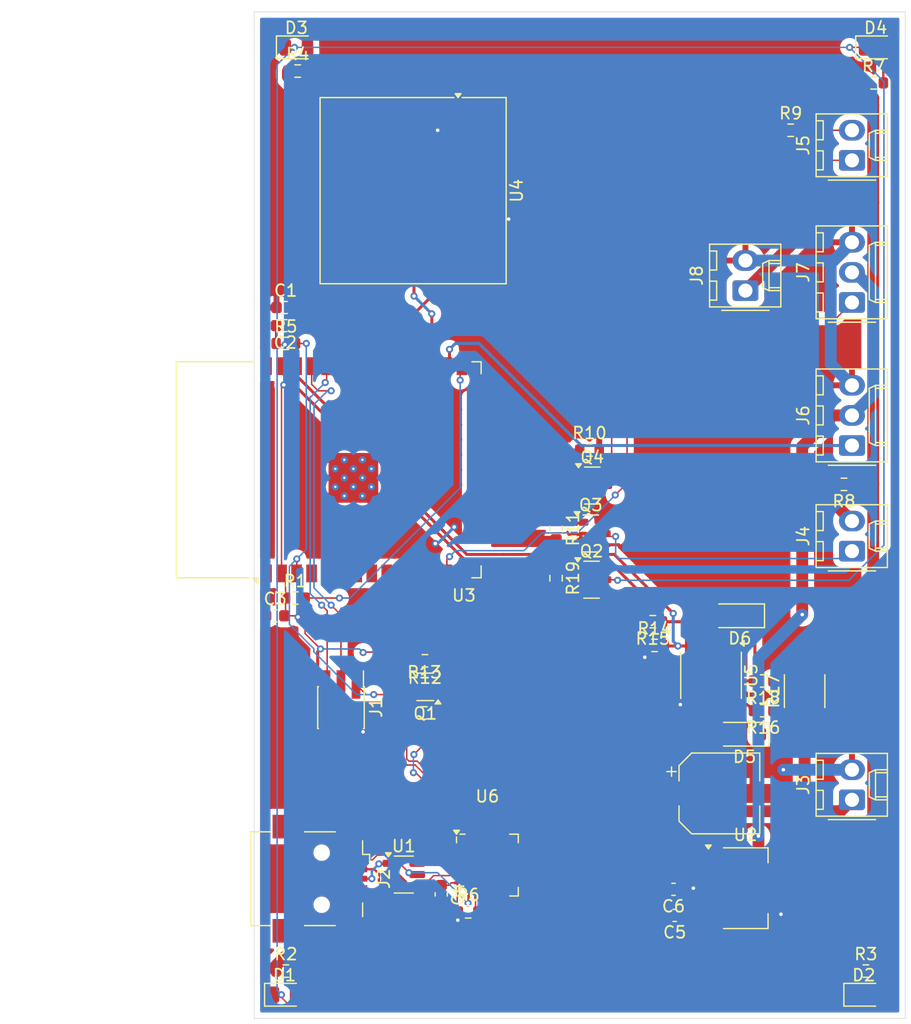
<source format=kicad_pcb>
(kicad_pcb (version 20241229) (generator "pcbnew") (generator_version "9.0")
  (layers (0 "F.Cu" signal) (2 "B.Cu" signal) (13 "F.Paste" user) (15 "B.Paste" user) (5 "F.SilkS" user "F.Silkscreen") (7 "B.SilkS" user "B.Silkscreen") (1 "F.Mask" user) (3 "B.Mask" user) (25 "Edge.Cuts" user))
  (net 0 "")
  (net 1 "EN")
  (net 2 "GND")
  (net 3 "+3.3V")
  (net 4 "+BATT")
  (net 5 "Net-(D1-K)")
  (net 6 "Net-(D1-A)")
  (net 7 "Net-(D2-A)")
  (net 8 "Net-(D3-A)")
  (net 9 "Net-(D4-A)")
  (net 10 "TX")
  (net 11 "D0")
  (net 12 "RX")
  (net 13 "Net-(J2-D-)")
  (net 14 "+5V")
  (net 15 "Net-(J2-D+)")
  (net 16 "Net-(J4-Pin_2)")
  (net 17 "Net-(J4-Pin_1)")
  (net 18 "Net-(J5-Pin_2)")
  (net 19 "Net-(J5-Pin_1)")
  (net 20 "/ESP32/GPIO16")
  (net 21 "/ESP32/GPIO14")
  (net 22 "Net-(Q1A-E1)")
  (net 23 "Net-(Q1B-E2)")
  (net 24 "Net-(Q1A-B1)")
  (net 25 "Net-(Q1B-B2)")
  (net 26 "/ESP32/GPIO15")
  (net 27 "/ESP32/GPIO17")
  (net 28 "/ESP32/GPIO18")
  (net 29 "Net-(U6-~{RST})")
  (net 30 "/USB Serial/USB_P")
  (net 31 "/USB Serial/USB_N")
  (net 51 "/ESP32/GPIO4")
  (net 52 "/ESP32/GPIO13")
  (net 59 "/ESP32/GPIO5")
  (net 64 "Net-(J3-Pin_1)")
  (net 67 "/ESP32/GPIO2")
  (net 68 "Net-(D5-K)")
  (net 70 "/ESP32/GPIO12")
  (net 72 "/ESP32/GPIO35")
  (net 73 "Net-(D6-K)")
  (net 74 "/ESP32/SCL")
  (net 75 "/ESP32/SDA")
  (net 80 "PPS")
  (net 83 "VDC")
  (footprint "Capacitor_SMD:C_0603_1608Metric" (layer "F.Cu") (at 134.125 75.5 180)
    (property "Reference" "C2")
    (property "Value" "0.1uf")
  )
  (footprint "Resistor_SMD:R_0603_1608Metric" (layer "F.Cu") (at 149.575 125)
    (property "Reference" "R6")
    (property "Value" "1k")
  )
  (footprint "Package_TO_SOT_SMD:SOT-23" (layer "F.Cu") (at 160 96.95)
    (property "Reference" "Q2")
    (property "Value" "AO3400A")
  )
  (footprint "Resistor_SMD:R_0603_1608Metric" (layer "F.Cu") (at 183.825 55)
    (property "Reference" "R7")
    (property "Value" "1k")
  )
  (footprint "Connector_Molex:Molex_KK-254_AE-6410-03A_1x03_P2.54mm_Vertical" (layer "F.Cu") (at 182 85.62 90)
    (property "Reference" "J6")
    (property "Value" "SpeedController")
  )
  (footprint "LED_SMD:LED_0805_2012Metric" (layer "F.Cu") (at 134.0625 132)
    (property "Reference" "D1")
    (property "Value" "LED")
  )
  (footprint "Resistor_SMD:R_0603_1608Metric" (layer "F.Cu") (at 181.325 88.9 180)
    (property "Reference" "R8")
    (property "Value" "1k")
  )
  (footprint "Package_TO_SOT_SMD:SOT-23" (layer "F.Cu") (at 160.0625 89)
    (property "Reference" "Q4")
    (property "Value" "AO3400A")
  )
  (footprint "Connector_Molex:Molex_KK-254_AE-6410-03A_1x03_P2.54mm_Vertical" (layer "F.Cu") (at 182 73.54 90)
    (property "Reference" "J7")
    (property "Value" "Servo")
  )
  (footprint "Capacitor_SMD:C_0603_1608Metric" (layer "F.Cu") (at 147.3 123.525 -90)
    (property "Reference" "C4")
    (property "Value" "10u")
  )
  (footprint "Diode_SMD:D_SOD-123F" (layer "F.Cu") (at 172.8 110 180)
    (property "Reference" "D5")
    (property "Value" "BZT52B-C20")
  )
  (footprint "Connector_USB:USB_Mini-B_Wuerth_65100516121_Horizontal" (layer "F.Cu") (at 137.2 122.2 -90)
    (property "Reference" "J2")
    (property "Value" "USB_A")
  )
  (footprint "Connector_Molex:Molex_KK-254_AE-6410-02A_1x02_P2.54mm_Vertical" (layer "F.Cu") (at 173 72.54 90)
    (property "Reference" "J8")
    (property "Value" "PowerESC")
  )
  (footprint "Package_TO_SOT_SMD:SOT-223-3_TabPin2" (layer "F.Cu") (at 173 123)
    (property "Reference" "U2")
    (property "Value" "AP1117-33")
  )
  (footprint "Package_DFN_QFN:QFN-28-1EP_5x5mm_P0.5mm_EP3.35x3.35mm" (layer "F.Cu") (at 151.2 121.05)
    (property "Reference" "U6")
    (property "Value" "CP2102N-Axx-xQFN28")
  )
  (footprint "Connector_Molex:Molex_KK-254_AE-6410-02A_1x02_P2.54mm_Vertical" (layer "F.Cu") (at 182 115.54 90)
    (property "Reference" "J3")
    (property "Value" "Battery")
  )
  (footprint "Capacitor_SMD:C_0603_1608Metric" (layer "F.Cu") (at 167.025 125.3 180)
    (property "Reference" "C5")
    (property "Value" "1u")
  )
  (footprint "Package_TO_SOT_SMD:SOT-363_SC-70-6" (layer "F.Cu") (at 145.95 106 180)
    (property "Reference" "Q1")
    (property "Value" "BC846BS")
  )
  (footprint "LED_SMD:LED_0805_2012Metric" (layer "F.Cu") (at 135.0625 52)
    (property "Reference" "D3")
    (property "Value" "LED")
  )
  (footprint "Resistor_SMD:R_0603_1608Metric" (layer "F.Cu") (at 165.325 102.5)
    (property "Reference" "R14")
    (property "Value" "10K")
  )
  (footprint "Resistor_SMD:R_0603_1608Metric" (layer "F.Cu") (at 134.975 98.5)
    (property "Reference" "R1")
    (property "Value" "10K")
  )
  (footprint "Capacitor_SMD:C_0603_1608Metric" (layer "F.Cu") (at 166.925 123.1 180)
    (property "Reference" "C6")
    (property "Value" "1u")
  )
  (footprint "Connector_Molex:Molex_KK-254_AE-6410-02A_1x02_P2.54mm_Vertical" (layer "F.Cu") (at 182 94.54 90)
    (property "Reference" "J4")
    (property "Value" "Conn_01x02")
  )
  (footprint "Package_TO_SOT_SMD:SOT-23-6" (layer "F.Cu") (at 144.1375 121.85)
    (property "Reference" "U1")
    (property "Value" "USBLC6-2SC6")
  )
  (footprint "Resistor_SMD:R_0603_1608Metric" (layer "F.Cu") (at 176.825 59)
    (property "Reference" "R9")
    (property "Value" "1k")
  )
  (footprint "Resistor_SMD:R_0603_1608Metric" (layer "F.Cu") (at 157 96.825 -90)
    (property "Reference" "R19")
    (property "Value" "10K")
  )
  (footprint "Resistor_SMD:R_0603_1608Metric" (layer "F.Cu") (at 174.5 105.5 180)
    (property "Reference" "R18")
    (property "Value" "100")
  )
  (footprint "Connector_PinHeader_1.27mm:PinHeader_2x03_P1.27mm_Vertical_SMD" (layer "F.Cu") (at 138.83 107.75 -90)
    (property "Reference" "J1")
    (property "Value" "Prog")
  )
  (footprint "Capacitor_SMD:CP_Elec_6.3x5.4" (layer "F.Cu") (at 170.8 115)
    (property "Reference" "C7" (hide yes))
    (property "Value" "100uF")
  )
  (footprint "LED_SMD:LED_0805_2012Metric" (layer "F.Cu") (at 183 132)
    (property "Reference" "D2")
    (property "Value" "LED")
  )
  (footprint "RF_Module:ESP32-WROOM-32" (layer "F.Cu") (at 140.79 87.67 90)
    (property "Reference" "U3")
    (property "Value" "ESP32-WROOM-32")
  )
  (footprint "Resistor_SMD:R_0603_1608Metric" (layer "F.Cu") (at 165.175 100.5 180)
    (property "Reference" "R15")
    (property "Value" "10K")
  )
  (footprint "Resistor_SMD:R_0603_1608Metric" (layer "F.Cu") (at 174.5 108.01 180)
    (property "Reference" "R16")
    (property "Value" "100")
  )
  (footprint "Resistor_SMD:R_0603_1608Metric" (layer "F.Cu") (at 134.175 77)
    (property "Reference" "R5")
    (property "Value" "10K")
  )
  (footprint "RF_GPS:ublox_SAM-M8Q" (layer "F.Cu") (at 144.925 64.1 -90)
    (property "Reference" "U4")
    (property "Value" "SAM-M8Q")
  )
  (footprint "LED_SMD:LED_0805_2012Metric" (layer "F.Cu") (at 184 52)
    (property "Reference" "D4")
    (property "Value" "LED")
  )
  (footprint "Resistor_SMD:R_0603_1608Metric" (layer "F.Cu") (at 135.175 54)
    (property "Reference" "R4")
    (property "Value" "1k")
  )
  (footprint "Capacitor_SMD:C_0603_1608Metric" (layer "F.Cu") (at 133.275 100)
    (property "Reference" "C3")
    (property "Value" "0.1uf")
  )
  (footprint "Resistor_SMD:R_0603_1608Metric" (layer "F.Cu") (at 145.875 108.2)
    (property "Reference" "R13")
    (property "Value" "10k")
  )
  (footprint "Resistor_SMD:R_0603_1608Metric" (layer "F.Cu") (at 183.175 130)
    (property "Reference" "R3")
    (property "Value" "1k")
  )
  (footprint "Connector_Molex:Molex_KK-254_AE-6410-02A_1x02_P2.54mm_Vertical" (layer "F.Cu") (at 182 61.54 90)
    (property "Reference" "J5")
    (property "Value" "Conn_01x02")
  )
  (footprint "Resistor_SMD:R_0603_1608Metric" (layer "F.Cu") (at 145.925 103.8 180)
    (property "Reference" "R12")
    (property "Value" "10k")
  )
  (footprint "Package_TO_SOT_SMD:SOT-23" (layer "F.Cu") (at 159.9375 93.05)
    (property "Reference" "Q3")
    (property "Value" "AO3400A")
  )
  (footprint "Resistor_SMD:R_0603_1608Metric" (layer "F.Cu") (at 134.175 130)
    (property "Reference" "R2")
    (property "Value" "1k")
  )
  (footprint "Resistor_SMD:R_1812_4532Metric" (layer "F.Cu") (at 178 106.3625 90)
    (property "Reference" "R17")
    (property "Value" "0.01R")
  )
  (footprint "Resistor_SMD:R_0603_1608Metric" (layer "F.Cu") (at 159.825 86)
    (property "Reference" "R10")
    (property "Value" "10K")
  )
  (footprint "Package_SO:SOIC-8_3.9x4.9mm_P1.27mm" (layer "F.Cu") (at 170.095 105.025 -90)
    (property "Reference" "U5")
    (property "Value" "INA219BxD")
  )
  (footprint "Resistor_SMD:R_0603_1608Metric" (layer "F.Cu") (at 157 92.675 -90)
    (property "Reference" "R11")
    (property "Value" "10K")
  )
  (footprint "Diode_SMD:D_SOD-123F" (layer "F.Cu") (at 172.4 100 180)
    (property "Reference" "D6")
    (property "Value" "BZT52B-C20")
  )
  (footprint "Capacitor_SMD:C_0603_1608Metric" (layer "F.Cu") (at 134.15675 73.96825)
    (property "Reference" "C1")
    (property "Value" "0.1uf")
  )
  (gr_rect (start 131.5 49) (end 186.5 134) (stroke (width 0.05)) (fill no) (layer "Edge.Cuts"))
  (segment (start 140.95 106.65) (end 140.1 105.8) (width 0.127) (layer "F.Cu") (net 1))
  (segment (start 145 106.65) (end 140.95 106.65) (width 0.127) (layer "F.Cu") (net 1))
  (segment (start 135.1 96.4) (end 135.08 96.42) (width 0.127) (layer "F.Cu") (net 1))
  (segment (start 135 77) (end 134.1865 76.1865) (width 0.127) (layer "F.Cu") (net 1))
  (segment (start 134.1865 76.1865) (end 134.1865 74.7135) (width 0.127) (layer "F.Cu") (net 1))
  (segment (start 134.1865 74.7135) (end 134.93175 73.96825) (width 0.127) (layer "F.Cu") (net 1))
  (segment (start 135 77) (end 135.9 77) (width 0.127) (layer "F.Cu") (net 1))
  (segment (start 135.1 95.2) (end 135.1 96.4) (width 0.127) (layer "F.Cu") (net 1))
  (via (at 141.6 106.65) (size 0.6) (drill 0.3) (layers "F.Cu" "B.Cu") (net 1))
  (via (at 135.9 77) (size 0.6) (drill 0.3) (layers "F.Cu" "B.Cu") (net 1))
  (via (at 135.1 95.2) (size 0.6) (drill 0.3) (layers "F.Cu" "B.Cu") (net 1))
  (segment (start 136.5365 103.03341) (end 136.5365 102.779752) (width 0.127) (layer "B.Cu") (net 1))
  (segment (start 141.6 106.65) (end 140.15309 106.65) (width 0.127) (layer "B.Cu") (net 1))
  (segment (start 134.473 100.716252) (end 134.473 95.827) (width 0.127) (layer "B.Cu") (net 1))
  (segment (start 136.5365 102.779752) (end 134.473 100.716252) (width 0.127) (layer "B.Cu") (net 1))
  (segment (start 135.9 94.4) (end 135.1 95.2) (width 0.127) (layer "B.Cu") (net 1))
  (segment (start 134.473 95.827) (end 135.1 95.2) (width 0.127) (layer "B.Cu") (net 1))
  (segment (start 140.15309 106.65) (end 136.5365 103.03341) (width 0.127) (layer "B.Cu") (net 1))
  (segment (start 135.9 77) (end 135.9 94.4) (width 0.127) (layer "B.Cu") (net 1))
  (segment (start 171.178 122.028) (end 169.85 120.7) (width 0.254) (layer "F.Cu") (net 2))
  (segment (start 157 93.5) (end 157.6 94.1) (width 0.254) (layer "F.Cu") (net 2))
  (segment (start 159 94) (end 162.3 94) (width 0.254) (layer "F.Cu") (net 2))
  (segment (start 150.3 93.38) (end 149.28 93.38) (width 0.254) (layer "F.Cu") (net 2))
  (segment (start 149.28 93.38) (end 148.4 92.5) (width 0.254) (layer "F.Cu") (net 2))
  (segment (start 144.2845 123.15215) (end 145.43235 124.3) (width 0.254) (layer "F.Cu") (net 2))
  (segment (start 151.2 127.628) (end 149.257031 127.628) (width 0.254) (layer "F.Cu") (net 2))
  (segment (start 150.7 120.55) (end 151.2 121.05) (width 0.127) (layer "F.Cu") (net 2))
  (segment (start 151.2 123.5) (end 151.2 127.628) (width 0.127) (layer "F.Cu") (net 2))
  (segment (start 163.922 127.628) (end 151.2 127.628) (width 0.254) (layer "F.Cu") (net 2))
  (segment (start 148.75 120.55) (end 150.7 120.55) (width 0.127) (layer "F.Cu") (net 2))
  (segment (start 166.25 125.3) (end 163.922 127.628) (width 0.254) (layer "F.Cu") (net 2))
  (segment (start 149.257031 127.628) (end 147.3 125.670969) (width 0.254) (layer "F.Cu") (net 2))
  (segment (start 147.3 125.670969) (end 147.3 124.3) (width 0.254) (layer "F.Cu") (net 2))
  (segment (start 144.2845 122.472001) (end 144.2845 123.15215) (width 0.254) (layer "F.Cu") (net 2))
  (segment (start 157.6 94.1) (end 158.9 94.1) (width 0.254) (layer "F.Cu") (net 2))
  (segment (start 170.766192 124.078) (end 171.178 123.666192) (width 0.254) (layer "F.Cu") (net 2))
  (segment (start 138.83 111.37) (end 138.8 111.4) (width 0.2) (layer "F.Cu") (net 2))
  (segment (start 162.3 94) (end 162.8 94.5) (width 0.254) (layer "F.Cu") (net 2))
  (segment (start 145.43235 124.3) (end 147.3 124.3) (width 0.254) (layer "F.Cu") (net 2))
  (segment (start 143 121.85) (end 143.662499 121.85) (width 0.254) (layer "F.Cu") (net 2))
  (segment (start 144.6675 93.9) (end 146.8 93.9) (width 0.254) (layer "F.Cu") (net 2))
  (segment (start 158.9 94.1) (end 159 94) (width 0.254) (layer "F.Cu") (net 2))
  (segment (start 140.2 123.1) (end 140.2 123.9) (width 0.127) (layer "F.Cu") (net 2))
  (segment (start 171.178 123.666192) (end 171.178 122.028) (width 0.254) (layer "F.Cu") (net 2))
  (segment (start 167.128 124.078) (end 170.766192 124.078) (width 0.254) (layer "F.Cu") (net 2))
  (segment (start 166.15 123.1) (end 167.128 124.078) (width 0.254) (layer "F.Cu") (net 2))
  (segment (start 140.6425 89.875) (end 144.6675 93.9) (width 0.254) (layer "F.Cu") (net 2))
  (segment (start 143.662499 121.85) (end 144.2845 122.472001) (width 0.254) (layer "F.Cu") (net 2))
  (segment (start 151.2 123.5) (end 151.2 121.05) (width 0.127) (layer "F.Cu") (net 2))
  (segment (start 138.83 109.7) (end 138.83 111.37) (width 0.2) (layer "F.Cu") (net 2))
  (via (at 146.8 93.9) (size 0.6) (drill 0.3) (layers "F.Cu" "B.Cu") (net 2))
  (via (at 176.2 113) (size 0.6) (drill 0.3) (layers "F.Cu" "B.Cu") (net 2))
  (via (at 148.4 92.5) (size 0.6) (drill 0.3) (layers "F.Cu" "B.Cu") (net 2))
  (segment (start 146.8 93.9) (end 147 93.9) (width 0.254) (layer "B.Cu") (net 2))
  (segment (start 180.46 70) (end 181.28 69.18) (width 1) (layer "B.Cu") (net 2))
  (segment (start 182 113) (end 176.2 113) (width 1) (layer "B.Cu") (net 2))
  (segment (start 147 93.9) (end 148.4 92.5) (width 0.254) (layer "B.Cu") (net 2))
  (segment (start 180.204 78.744) (end 182 80.54) (width 1) (layer "B.Cu") (net 2))
  (segment (start 181.28 69.18) (end 180.204 70.256) (width 1) (layer "B.Cu") (net 2))
  (segment (start 180.204 70.256) (end 180.204 78.744) (width 1) (layer "B.Cu") (net 2))
  (segment (start 173 70) (end 180.46 70) (width 1) (layer "B.Cu") (net 2))
  (segment (start 182 68.46) (end 181.28 69.18) (width 1) (layer "B.Cu") (net 2))
  (segment (start 140.6 109.7) (end 140.7 109.8) (width 0.254) (layer "F.Cu") (net 3))
  (segment (start 148.75 122.05) (end 148.75 122.55) (width 0.2) (layer "F.Cu") (net 3))
  (segment (start 164.35 100.5) (end 164.35 102.35) (width 0.254) (layer "F.Cu") (net 3))
  (segment (start 134.05 99.95) (end 134.15 99.85) (width 0.127) (layer "F.Cu") (net 3))
  (segment (start 148.65 125.65) (end 148.7 125.7) (width 0.127) (layer "F.Cu") (net 3))
  (segment (start 148.65 125) (end 148.65 125.65) (width 0.127) (layer "F.Cu") (net 3))
  (segment (start 134.05 100) (end 135.1 100) (width 0.127) (layer "F.Cu") (net 3))
  (segment (start 146.825 57.5) (end 146.825 58.825) (width 0.254) (layer "F.Cu") (net 3))
  (segment (start 133.35 75.5) (end 133.35 77) (width 0.2) (layer "F.Cu") (net 3))
  (segment (start 164.35 102.35) (end 164.5 102.5) (width 0.254) (layer "F.Cu") (net 3))
  (segment (start 148.65 122.65) (end 148.75 122.55) (width 0.127) (layer "F.Cu") (net 3))
  (segment (start 135.1 100) (end 135.2 100.1) (width 0.127) (layer "F.Cu") (net 3))
  (segment (start 176.15 125.05) (end 176 125.2) (width 1) (layer "F.Cu") (net 3))
  (segment (start 152.5 66) (end 153 66.5) (width 0.254) (layer "F.Cu") (net 3))
  (segment (start 133.81 80.69) (end 134 80.5) (width 0.127) (layer "F.Cu") (net 3))
  (segment (start 140.1 109.7) (end 140.6 109.7) (width 0.254) (layer "F.Cu") (net 3))
  (segment (start 134.05 100) (end 134.05 99.95) (width 0.127) (layer "F.Cu") (net 3))
  (segment (start 133.81 96.42) (end 133.81 80.69) (width 0.127) (layer "F.Cu") (net 3))
  (segment (start 167.8 123) (end 167.7 123.1) (width 1) (layer "F.Cu") (net 3))
  (segment (start 148.65 125) (end 148.65 122.65) (width 0.127) (layer "F.Cu") (net 3))
  (segment (start 134.1 77.1) (end 133.45 77.1) (width 0.127) (layer "F.Cu") (net 3))
  (segment (start 133.45 77.1) (end 133.35 77) (width 0.127) (layer "F.Cu") (net 3))
  (segment (start 134.15 98.5) (end 134.15 96.76) (width 0.127) (layer "F.Cu") (net 3))
  (segment (start 146.825 58.825) (end 147 59) (width 0.254) (layer "F.Cu") (net 3))
  (segment (start 176.15 123) (end 176.15 125.05) (width 1) (layer "F.Cu") (net 3))
  (segment (start 168.19 107.5) (end 167.5 107.5) (width 0.254) (layer "F.Cu") (net 3))
  (segment (start 147.95 122.75) (end 148.15 122.55) (width 0.127) (layer "F.Cu") (net 3))
  (segment (start 164.5 102.5) (end 164.5 103.5) (width 0.254) (layer "F.Cu") (net 3))
  (segment (start 169.85 123) (end 168.6 123) (width 1) (layer "F.Cu") (net 3))
  (segment (start 134.15 99.85) (end 134.15 98.5) (width 0.127) (layer "F.Cu") (net 3))
  (segment (start 148.15 122.55) (end 148.75 122.55) (width 0.127) (layer "F.Cu") (net 3))
  (segment (start 151.525 66) (end 152.5 66) (width 0.254) (layer "F.Cu") (net 3))
  (segment (start 134.15 96.76) (end 133.81 96.42) (width 0.127) (layer "F.Cu") (net 3))
  (segment (start 168.6 123) (end 167.8 123) (width 1) (layer "F.Cu") (net 3))
  (segment (start 147.3 122.75) (end 147.95 122.75) (width 0.127) (layer "F.Cu") (net 3))
  (via (at 164.5 103.5) (size 0.6) (drill 0.3) (layers "F.Cu" "B.Cu") (net 3))
  (via (at 134 80.5) (size 0.6) (drill 0.3) (layers "F.Cu" "B.Cu") (net 3))
  (via (at 147 59) (size 0.6) (drill 0.3) (layers "F.Cu" "B.Cu") (net 3))
  (via (at 176 125.2) (size 0.6) (drill 0.3) (layers "F.Cu" "B.Cu") (net 3))
  (via (at 148.7 125.7) (size 0.6) (drill 0.3) (layers "F.Cu" "B.Cu") (net 3))
  (via (at 167.5 107.5) (size 0.6) (drill 0.3) (layers "F.Cu" "B.Cu") (net 3))
  (via (at 153 66.5) (size 0.6) (drill 0.3) (layers "F.Cu" "B.Cu") (net 3))
  (via (at 168.6 123) (size 0.6) (drill 0.3) (layers "F.Cu" "B.Cu") (net 3))
  (via (at 140.7 109.8) (size 0.6) (drill 0.3) (layers "F.Cu" "B.Cu") (net 3))
  (via (at 134.1 77.1) (size 0.6) (drill 0.3) (layers "F.Cu" "B.Cu") (net 3))
  (via (at 135.2 100.1) (size 0.6) (drill 0.3) (layers "F.Cu" "B.Cu") (net 3))
  (segment (start 134 80.5) (end 134 77.2) (width 0.127) (layer "B.Cu") (net 3))
  (segment (start 134 77.2) (end 134.1 77.1) (width 0.127) (layer "B.Cu") (net 3))
  (segment (start 177.625 56.9) (end 183.796 56.9) (width 1) (layer "F.Cu") (net 4))
  (segment (start 183.796 104.5) (end 183.796 128.079) (width 1) (layer "F.Cu") (net 4))
  (segment (start 182.35 130) (end 181.174 128.824) (width 1) (layer "F.Cu") (net 4))
  (segment (start 133.35 129.525) (end 133.35 130) (width 1) (layer "F.Cu") (net 4))
  (segment (start 135.076 55.201) (end 134.35 54.475) (width 1) (layer "F.Cu") (net 4))
  (segment (start 176.275 104.225) (end 178 104.225) (width 0.254) (layer "F.Cu") (net 4))
  (segment (start 180.44 65.1) (end 183.796 65.1) (width 1) (layer "F.Cu") (net 4))
  (segment (start 181.174 128.824) (end 134.051 128.824) (width 1) (layer "F.Cu") (net 4))
  (segment (start 134.051 128.824) (end 133.35 129.525) (width 1) (layer "F.Cu") (net 4))
  (segment (start 182.15 88.9) (end 183.796 88.9) (width 1) (layer "F.Cu") (net 4))
  (segment (start 175.325 105.175) (end 176.275 104.225) (width 0.254) (layer "F.Cu") (net 4))
  (segment (start 134.35 54.475) (end 134.35 54) (width 1) (layer "F.Cu") (net 4))
  (segment (start 178 104.225) (end 183.521 104.225) (width 1) (layer "F.Cu") (net 4))
  (segment (start 183.796 88.9) (end 183.796 104.5) (width 1) (layer "F.Cu") (net 4))
  (segment (start 176 58.525) (end 177.625 56.9) (width 1) (layer "F.Cu") (net 4))
  (segment (start 183 55.475) (end 183 55) (width 1) (layer "F.Cu") (net 4))
  (segment (start 143 55) (end 142.799 55.201) (width 1) (layer "F.Cu") (net 4))
  (segment (start 183.796 128.079) (end 182.35 129.525) (width 1) (layer "F.Cu") (net 4))
  (segment (start 183.796 56.9) (end 183.796 56.271) (width 1) (layer "F.Cu") (net 4))
  (segment (start 183 55) (end 143 55) (width 1) (layer "F.Cu") (net 4))
  (segment (start 183.796 65.1) (end 183.796 88.9) (width 1) (layer "F.Cu") (net 4))
  (segment (start 183.796 56.271) (end 183 55.475) (width 1) (layer "F.Cu") (net 4))
  (segment (start 175.325 105.5) (end 175.325 105.175) (width 0.254) (layer "F.Cu") (net 4))
  (segment (start 183.521 104.225) (end 183.796 104.5) (width 1) (layer "F.Cu") (net 4))
  (segment (start 142.799 55.201) (end 135.076 55.201) (width 1) (layer "F.Cu") (net 4))
  (segment (start 176 59) (end 176 58.525) (width 1) (layer "F.Cu") (net 4))
  (segment (start 182.35 129.525) (end 182.35 130) (width 1) (layer "F.Cu") (net 4))
  (segment (start 173 72.54) (end 180.44 65.1) (width 1) (layer "F.Cu") (net 4))
  (segment (start 183.796 65.1) (end 183.796 56.9) (width 1) (layer "F.Cu") (net 4))
  (segment (start 133.8 132) (end 133.8 132.224114) (width 0.127) (layer "F.Cu") (net 5))
  (segment (start 134.9 52) (end 134.125 52) (width 0.127) (layer "F.Cu") (net 5))
  (segment (start 134.539386 132.9635) (end 181.099 132.9635) (width 0.127) (layer "F.Cu") (net 5))
  (segment (start 181.099 132.9635) (end 182.0625 132) (width 0.127) (layer "F.Cu") (net 5))
  (segment (start 133.8 132) (end 133.125 132) (width 0.127) (layer "F.Cu") (net 5))
  (segment (start 133.8 132.224114) (end 134.539386 132.9635) (width 0.127) (layer "F.Cu") (net 5))
  (segment (start 183.0625 52) (end 181.8 52) (width 0.127) (layer "F.Cu") (net 5))
  (segment (start 161.9 97) (end 161.85 96.95) (width 0.127) (layer "F.Cu") (net 5))
  (segment (start 162.2 97) (end 161.9 97) (width 0.127) (layer "F.Cu") (net 5))
  (segment (start 161.85 96.95) (end 160.9375 96.95) (width 0.127) (layer "F.Cu") (net 5))
  (via (at 133.8 132) (size 0.6) (drill 0.3) (layers "F.Cu" "B.Cu") (net 5))
  (via (at 162.2 97) (size 0.6) (drill 0.3) (layers "F.Cu" "B.Cu") (net 5))
  (via (at 134.9 52) (size 0.6) (drill 0.3) (layers "F.Cu" "B.Cu") (net 5))
  (via (at 181.8 52) (size 0.6) (drill 0.3) (layers "F.Cu" "B.Cu") (net 5))
  (segment (start 181.8 52) (end 184.7 54.9) (width 0.127) (layer "B.Cu") (net 5))
  (segment (start 181.738126 97) (end 162.2 97) (width 0.127) (layer "B.Cu") (net 5))
  (segment (start 181.8 52) (end 134.9 52) (width 0.127) (layer "B.Cu") (net 5))
  (segment (start 133.4365 131.6365) (end 133.8 132) (width 0.127) (layer "B.Cu") (net 5))
  (segment (start 184.7 54.9) (end 184.7 94.038126) (width 0.127) (layer "B.Cu") (net 5))
  (segment (start 134.9 52) (end 133.4365 53.4635) (width 0.127) (layer "B.Cu") (net 5))
  (segment (start 184.7 94.038126) (end 181.738126 97) (width 0.127) (layer "B.Cu") (net 5))
  (segment (start 133.4365 53.4635) (end 133.4365 131.6365) (width 0.127) (layer "B.Cu") (net 5))
  (segment (start 135 130) (end 135 132) (width 0.127) (layer "F.Cu") (net 6))
  (segment (start 183.9375 130.0625) (end 184 130) (width 0.2) (layer "F.Cu") (net 7))
  (segment (start 183.9375 132) (end 183.9375 130.0625) (width 0.2) (layer "F.Cu") (net 7))
  (segment (start 136 52) (end 136 54) (width 1) (layer "F.Cu") (net 8))
  (segment (start 184.65 52.2875) (end 184.9375 52) (width 0.2) (layer "F.Cu") (net 9))
  (segment (start 184.65 55) (end 184.65 52.2875) (width 0.2) (layer "F.Cu") (net 9))
  (segment (start 138.83 105.8) (end 138.83 99.929997) (width 0.127) (layer "F.Cu") (net 10))
  (segment (start 144.3855 108.2855) (end 143.4 107.3) (width 0.127) (layer "F.Cu") (net 10))
  (segment (start 136.9 81) (end 136.35 80.45) (width 0.127) (layer "F.Cu") (net 10))
  (segment (start 139.5 107.3) (end 138.83 106.63) (width 0.127) (layer "F.Cu") (net 10))
  (segment (start 136.35 80.45) (end 136.35 78.92) (width 0.127) (layer "F.Cu") (net 10))
  (segment (start 144.3855 112.0855) (end 144.3855 108.2855) (width 0.127) (layer "F.Cu") (net 10))
  (segment (start 151.2 118.6) (end 151.2 118.200001) (width 0.127) (layer "F.Cu") (net 10))
  (segment (start 138 81) (end 136.9 81) (width 0.127) (layer "F.Cu") (net 10))
  (segment (start 143.4 107.3) (end 139.5 107.3) (width 0.127) (layer "F.Cu") (net 10))
  (segment (start 151.2 118.200001) (end 145.272999 112.273) (width 0.127) (layer "F.Cu") (net 10))
  (segment (start 138.83 99.929997) (end 138.000003 99.1) (width 0.127) (layer "F.Cu") (net 10))
  (segment (start 144.573 112.273) (end 144.3855 112.0855) (width 0.127) (layer "F.Cu") (net 10))
  (segment (start 138.83 106.63) (end 138.83 105.8) (width 0.127) (layer "F.Cu") (net 10))
  (segment (start 145.272999 112.273) (end 144.573 112.273) (width 0.127) (layer "F.Cu") (net 10))
  (via (at 138.000003 99.1) (size 0.6) (drill 0.3) (layers "F.Cu" "B.Cu") (net 10))
  (via (at 138 81) (size 0.6) (drill 0.3) (layers "F.Cu" "B.Cu") (net 10))
  (segment (start 138 99.1) (end 138.000003 99.1) (width 0.127) (layer "B.Cu") (net 10))
  (segment (start 136.554 82.146) (end 136.554 97.654) (width 0.127) (layer "B.Cu") (net 10))
  (segment (start 137.7 81) (end 136.554 82.146) (width 0.127) (layer "B.Cu") (net 10))
  (segment (start 138 81) (end 137.7 81) (width 0.127) (layer "B.Cu") (net 10))
  (segment (start 136.554 97.654) (end 138 99.1) (width 0.127) (layer "B.Cu") (net 10))
  (segment (start 137.56 109.7) (end 136.862 109.002) (width 0.254) (layer "F.Cu") (net 11))
  (segment (start 147.4135 103.3135) (end 147.4135 104.8365) (width 0.127) (layer "F.Cu") (net 11))
  (segment (start 135.8 98.5) (end 135.8 101.5) (width 0.127) (layer "F.Cu") (net 11))
  (segment (start 147.4135 104.8365) (end 146.9 105.35) (width 0.127) (layer "F.Cu") (net 11))
  (segment (start 140.7015 103.1015) (end 140.7415 103.0615) (width 0.127) (layer "F.Cu") (net 11))
  (segment (start 147.1615 103.0615) (end 147.4135 103.3135) (width 0.127) (layer "F.Cu") (net 11))
  (segment (start 135.8 101.5) (end 137.1 102.8) (width 0.127) (layer "F.Cu") (net 11))
  (segment (start 148.9 80.1) (end 148.9 79.07) (width 0.127) (layer "F.Cu") (net 11))
  (segment (start 140.7415 103.0615) (end 147.1615 103.0615) (width 0.127) (layer "F.Cu") (net 11))
  (segment (start 135.8 98.5) (end 138.7 98.5) (width 0.127) (layer "F.Cu") (net 11))
  (segment (start 148.9 79.07) (end 149.05 78.92) (width 0.127) (layer "F.Cu") (net 11))
  (segment (start 136.862 103.038) (end 137.1 102.8) (width 0.254) (layer "F.Cu") (net 11))
  (segment (start 136.862 109.002) (end 136.862 103.038) (width 0.254) (layer "F.Cu") (net 11))
  (via (at 148.9 80.1) (size 0.6) (drill 0.3) (layers "F.Cu" "B.Cu") (net 11))
  (via (at 140.7015 103.1015) (size 0.6) (drill 0.3) (layers "F.Cu" "B.Cu") (net 11))
  (via (at 138.7 98.5) (size 0.6) (drill 0.3) (layers "F.Cu" "B.Cu") (net 11))
  (via (at 137.1 102.8) (size 0.6) (drill 0.3) (layers "F.Cu" "B.Cu") (net 11))
  (segment (start 144.4 93.7) (end 148.9 89.2) (width 0.127) (layer "B.Cu") (net 11))
  (segment (start 140.4 102.8) (end 140.7015 103.1015) (width 0.127) (layer "B.Cu") (net 11))
  (segment (start 138.7 98.5) (end 139.6 98.5) (width 0.127) (layer "B.Cu") (net 11))
  (segment (start 137.1 102.8) (end 140.4 102.8) (width 0.127) (layer "B.Cu") (net 11))
  (segment (start 148.9 89.2) (end 148.9 80.1) (width 0.127) (layer "B.Cu") (net 11))
  (segment (start 139.6 98.5) (end 144.4 93.7) (width 0.127) (layer "B.Cu") (net 11))
  (segment (start 143.568069 107.931931) (end 138.862931 107.931931) (width 0.127) (layer "F.Cu") (net 12))
  (segment (start 138.862931 107.931931) (end 137.56 106.629) (width 0.127) (layer "F.Cu") (net 12))
  (segment (start 137.5 80.3) (end 137.62 80.18) (width 0.127) (layer "F.Cu") (net 12))
  (segment (start 145.100999 112.601) (end 144.437138 112.601) (width 0.127) (layer "F.Cu") (net 12))
  (segment (start 137.6635 105.6965) (end 137.6635 99.5635) (width 0.127) (layer "F.Cu") (net 12))
  (segment (start 150.7 118.200001) (end 150.7 118.6) (width 0.127) (layer "F.Cu") (net 12))
  (segment (start 145.199999 112.7) (end 145.100999 112.601) (width 0.127) (layer "F.Cu") (net 12))
  (segment (start 145.199999 112.7) (end 150.7 118.200001) (width 0.127) (layer "F.Cu") (net 12))
  (segment (start 137.56 106.629) (end 137.56 105.8) (width 0.127) (layer "F.Cu") (net 12))
  (segment (start 137.56 105.8) (end 137.6635 105.6965) (width 0.127) (layer "F.Cu") (net 12))
  (segment (start 137.6635 99.5635) (end 137.2 99.1) (width 0.127) (layer "F.Cu") (net 12))
  (segment (start 144.437138 112.601) (end 144.0575 112.221362) (width 0.127) (layer "F.Cu") (net 12))
  (segment (start 145.099999 112.6) (end 145.199999 112.7) (width 0.127) (layer "F.Cu") (net 12))
  (segment (start 144.0575 112.221362) (end 144.0575 108.421362) (width 0.127) (layer "F.Cu") (net 12))
  (segment (start 144.0575 108.421362) (end 143.568069 107.931931) (width 0.127) (layer "F.Cu") (net 12))
  (segment (start 137.62 80.18) (end 137.62 78.92) (width 0.127) (layer "F.Cu") (net 12))
  (via (at 137.2 99.1) (size 0.6) (drill 0.3) (layers "F.Cu" "B.Cu") (net 12))
  (via (at 137.5 80.3) (size 0.6) (drill 0.3) (layers "F.Cu" "B.Cu") (net 12))
  (segment (start 137.2 99.1) (end 136.227 98.127) (width 0.127) (layer "B.Cu") (net 12))
  (segment (start 136.227 81.5) (end 136.3 81.5) (width 0.127) (layer "B.Cu") (net 12))
  (segment (start 136.3 81.5) (end 137.5 80.3) (width 0.127) (layer "B.Cu") (net 12))
  (segment (start 136.227 98.127) (end 136.227 81.5) (width 0.127) (layer "B.Cu") (net 12))
  (segment (start 142.0375 122.499999) (end 142.337501 122.8) (width 0.2) (layer "F.Cu") (net 13))
  (segment (start 141.6375 121.4) (end 142.0375 121.8) (width 0.2) (layer "F.Cu") (net 13))
  (segment (start 142.337501 122.8) (end 143 122.8) (width 0.2) (layer "F.Cu") (net 13))
  (segment (start 139.8 121.4) (end 141.6375 121.4) (width 0.2) (layer "F.Cu") (net 13))
  (segment (start 142.0375 121.8) (end 142.0375 122.499999) (width 0.2) (layer "F.Cu") (net 13))
  (segment (start 141.5 120.6) (end 139.8 120.6) (width 0.127) (layer "F.Cu") (net 14))
  (segment (start 145.275 121.85) (end 144.728798 121.85) (width 0.127) (layer "F.Cu") (net 14))
  (segment (start 144.728798 121.85) (end 144.573108 121.69431) (width 0.127) (layer "F.Cu") (net 14))
  (segment (start 141.9 120.2) (end 141.5 120.6) (width 0.127) (layer "F.Cu") (net 14))
  (segment (start 149.566988 124.266453) (end 149.566988 123.633012) (width 0.127) (layer "F.Cu") (net 14))
  (segment (start 143.551434 120.2) (end 141.9 120.2) (width 0.127) (layer "F.Cu") (net 14))
  (segment (start 144.573108 121.69431) (end 143.926 121.047202) (width 0.127) (layer "F.Cu") (net 14))
  (segment (start 149.566988 123.633012) (end 149.7 123.5) (width 0.127) (layer "F.Cu") (net 14))
  (segment (start 143.926 121.047202) (end 143.926 120.574566) (width 0.127) (layer "F.Cu") (net 14))
  (segment (start 143.926 120.574566) (end 143.551434 120.2) (width 0.127) (layer "F.Cu") (net 14))
  (via (at 144.573108 121.69431) (size 0.6) (drill 0.3) (layers "F.Cu" "B.Cu") (net 14))
  (via (at 149.566988 124.266453) (size 0.6) (drill 0.3) (layers "F.Cu" "B.Cu") (net 14))
  (segment (start 146.994845 121.69431) (end 149.566988 124.266453) (width 0.127) (layer "B.Cu") (net 14))
  (segment (start 144.573108 121.69431) (end 146.994845 121.69431) (width 0.127) (layer "B.Cu") (net 14))
  (segment (start 142.951546 120.948454) (end 143 120.9) (width 0.2) (layer "F.Cu") (net 15))
  (segment (start 139.8 122.2) (end 141.4375 122.2) (width 0.2) (layer "F.Cu") (net 15))
  (segment (start 142.032603 120.948454) (end 142.951546 120.948454) (width 0.2) (layer "F.Cu") (net 15))
  (via (at 142.032603 120.948454) (size 0.6) (drill 0.3) (layers "F.Cu" "B.Cu") (net 15))
  (via (at 141.4375 122.2) (size 0.6) (drill 0.3) (layers "F.Cu" "B.Cu") (net 15))
  (segment (start 141.4375 122.2) (end 141.4375 121.543557) (width 0.2) (layer "B.Cu") (net 15))
  (segment (start 141.4375 121.543557) (end 142.032603 120.948454) (width 0.2) (layer "B.Cu") (net 15))
  (segment (start 180.5 90.5) (end 182 92) (width 1) (layer "F.Cu") (net 16))
  (segment (start 180.5 88.9) (end 180.5 90.5) (width 1) (layer "F.Cu") (net 16))
  (segment (start 162.0365 93.3) (end 161.125 93.3) (width 0.127) (layer "F.Cu") (net 17))
  (segment (start 161.125 93.3) (end 160.875 93.05) (width 0.127) (layer "F.Cu") (net 17))
  (via (at 162.0365 93.3) (size 0.6) (drill 0.3) (layers "F.Cu" "B.Cu") (net 17))
  (segment (start 162.0365 94.83341) (end 162.0365 93.3) (width 0.127) (layer "B.Cu") (net 17))
  (segment (start 181.3765 95.1635) (end 162.36659 95.1635) (width 0.127) (layer "B.Cu") (net 17))
  (segment (start 162.36659 95.1635) (end 162.0365 94.83341) (width 0.127) (layer "B.Cu") (net 17))
  (segment (start 182 94.54) (end 181.3765 95.1635) (width 0.127) (layer "B.Cu") (net 17))
  (segment (start 177.65 59) (end 182 59) (width 0.127) (layer "F.Cu") (net 18))
  (segment (start 161.7 68.7) (end 161.7 88.3) (width 0.127) (layer "F.Cu") (net 19))
  (segment (start 161.7 88.3) (end 161 89) (width 0.127) (layer "F.Cu") (net 19))
  (segment (start 182 61.54) (end 168.86 61.54) (width 0.127) (layer "F.Cu") (net 19))
  (segment (start 168.86 61.54) (end 161.7 68.7) (width 0.127) (layer "F.Cu") (net 19))
  (segment (start 145 70.775) (end 144.925 70.7) (width 0.254) (layer "F.Cu") (net 20))
  (segment (start 146.51 74.51) (end 146.5 74.5) (width 0.254) (layer "F.Cu") (net 20))
  (segment (start 145 73) (end 145 70.775) (width 0.254) (layer "F.Cu") (net 20))
  (segment (start 146.51 78.92) (end 146.51 74.51) (width 0.254) (layer "F.Cu") (net 20))
  (via (at 145 73) (size 0.6) (drill 0.3) (layers "F.Cu" "B.Cu") (net 20))
  (via (at 146.5 74.5) (size 0.6) (drill 0.3) (layers "F.Cu" "B.Cu") (net 20))
  (segment (start 146.5 74.5) (end 145 73) (width 0.254) (layer "B.Cu") (net 20))
  (segment (start 180.64 74.9) (end 182 73.54) (width 0.127) (layer "F.Cu") (net 21))
  (segment (start 163 76.8) (end 164.9 74.9) (width 0.127) (layer "F.Cu") (net 21))
  (segment (start 162.000828 89.800828) (end 163 88.801656) (width 0.127) (layer "F.Cu") (net 21))
  (segment (start 147.78 95.22) (end 147.78 96.42) (width 0.127) (layer "F.Cu") (net 21))
  (segment (start 163 88.801656) (end 163 76.8) (width 0.127) (layer "F.Cu") (net 21))
  (segment (start 148 95) (end 147.78 95.22) (width 0.127) (layer "F.Cu") (net 21))
  (segment (start 164.9 74.9) (end 180.64 74.9) (width 0.127) (layer "F.Cu") (net 21))
  (via (at 148 95) (size 0.6) (drill 0.3) (layers "F.Cu" "B.Cu") (net 21))
  (via (at 162.000828 89.800828) (size 0.6) (drill 0.3) (layers "F.Cu" "B.Cu") (net 21))
  (segment (start 154.3 94.5) (end 148.5 94.5) (width 0.127) (layer "B.Cu") (net 21))
  (segment (start 155.8 93) (end 158.801656 93) (width 0.127) (layer "B.Cu") (net 21))
  (segment (start 154.3 94.5) (end 155.8 93) (width 0.127) (layer "B.Cu") (net 21))
  (segment (start 148.5 94.5) (end 148 95) (width 0.127) (layer "B.Cu") (net 21))
  (segment (start 158.801656 93) (end 162.000828 89.800828) (width 0.127) (layer "B.Cu") (net 21))
  (segment (start 151.7 118.6) (end 151.7 113.2) (width 0.127) (layer "F.Cu") (net 22))
  (segment (start 151.7 113.2) (end 146.7 108.2) (width 0.127) (layer "F.Cu") (net 22))
  (segment (start 146.7 106.85) (end 146.9 106.65) (width 0.127) (layer "F.Cu") (net 22))
  (segment (start 146.7 108.2) (end 146.7 106.85) (width 0.127) (layer "F.Cu") (net 22))
  (segment (start 145.148456 113.248456) (end 144.951544 113.248456) (width 0.127) (layer "F.Cu") (net 23))
  (segment (start 145.1 105.25) (end 145 105.35) (width 0.127) (layer "F.Cu") (net 23))
  (segment (start 146.0365 105.8365) (end 145.1 104.9) (width 0.127) (layer "F.Cu") (net 23))
  (segment (start 145.1 104.9) (end 145.1 104.4) (width 0.127) (layer "F.Cu") (net 23))
  (segment (start 144.991317 111.7095) (end 146.0365 110.664317) (width 0.127) (layer "F.Cu") (net 23))
  (segment (start 149.7 117.8) (end 145.3 113.4) (width 0.127) (layer "F.Cu") (net 23))
  (segment (start 149.7 118.6) (end 149.7 117.8) (width 0.127) (layer "F.Cu") (net 23))
  (segment (start 145.1 104.4) (end 145.1 105.25) (width 0.127) (layer "F.Cu") (net 23))
  (segment (start 146.0365 110.664317) (end 146.0365 105.8365) (width 0.127) (layer "F.Cu") (net 23))
  (segment (start 145.1 103.8) (end 145.1 104.4) (width 0.127) (layer "F.Cu") (net 23))
  (segment (start 145.3 113.4) (end 145.148456 113.248456) (width 0.127) (layer "F.Cu") (net 23))
  (via (at 144.951544 113.248456) (size 0.6) (drill 0.3) (layers "F.Cu" "B.Cu") (net 23))
  (via (at 144.991317 111.7095) (size 0.6) (drill 0.3) (layers "F.Cu" "B.Cu") (net 23))
  (segment (start 144.951544 111.749273) (end 144.991317 111.7095) (width 0.127) (layer "B.Cu") (net 23))
  (segment (start 144.951544 113.248456) (end 144.951544 111.749273) (width 0.127) (layer "B.Cu") (net 23))
  (segment (start 146.3115 104.2385) (end 146.3115 105.603338) (width 0.127) (layer "F.Cu") (net 24))
  (segment (start 146.75 103.8) (end 146.3115 104.2385) (width 0.127) (layer "F.Cu") (net 24))
  (segment (start 146.3115 105.603338) (end 146.708162 106) (width 0.127) (layer "F.Cu") (net 24))
  (segment (start 146.708162 106) (end 146.9 106) (width 0.127) (layer "F.Cu") (net 24))
  (segment (start 145.5885 107.6615) (end 145.5885 106.1885) (width 0.127) (layer "F.Cu") (net 25))
  (segment (start 145.4 106) (end 145 106) (width 0.127) (layer "F.Cu") (net 25))
  (segment (start 145.5885 106.1885) (end 145.4 106) (width 0.127) (layer "F.Cu") (net 25))
  (segment (start 145.05 108.2) (end 145.5885 107.6615) (width 0.127) (layer "F.Cu") (net 25))
  (segment (start 159 86) (end 154.5 86) (width 0.254) (layer "F.Cu") (net 26))
  (segment (start 154.5 86) (end 151.72 83.22) (width 0.254) (layer "F.Cu") (net 26))
  (segment (start 159 87.925) (end 159.125 88.05) (width 0.254) (layer "F.Cu") (net 26))
  (segment (start 159 86) (end 159 87.925) (width 0.254) (layer "F.Cu") (net 26))
  (segment (start 151.72 83.22) (end 150.3 83.22) (width 0.254) (layer "F.Cu") (net 26))
  (segment (start 145.24 78.92) (end 145.24 74.26) (width 0.254) (layer "F.Cu") (net 27))
  (segment (start 146.825 72.675) (end 146.825 70.7) (width 0.254) (layer "F.Cu") (net 27))
  (segment (start 145.24 74.26) (end 146.825 72.675) (width 0.254) (layer "F.Cu") (net 27))
  (segment (start 150.2 124.9) (end 150.3 125) (width 0.127) (layer "F.Cu") (net 29))
  (segment (start 150.2 123.5) (end 150.2 124.9) (width 0.127) (layer "F.Cu") (net 29))
  (segment (start 145.425 121.05) (end 148.75 121.05) (width 0.127) (layer "F.Cu") (net 30))
  (segment (start 145.275 120.9) (end 145.425 121.05) (width 0.127) (layer "F.Cu") (net 30))
  (segment (start 145.275 122.8) (end 145.8 122.8) (width 0.127) (layer "F.Cu") (net 31))
  (segment (start 148.387234 121.55) (end 148.75 121.55) (width 0.127) (layer "F.Cu") (net 31))
  (segment (start 148.000734 121.9365) (end 148.387234 121.55) (width 0.127) (layer "F.Cu") (net 31))
  (segment (start 146.6635 121.9365) (end 148.000734 121.9365) (width 0.127) (layer "F.Cu") (net 31))
  (segment (start 145.8 122.8) (end 146.6635 121.9365) (width 0.127) (layer "F.Cu") (net 31))
  (segment (start 148 78.7) (end 147.78 78.92) (width 0.254) (layer "F.Cu") (net 51))
  (segment (start 148 77.5) (end 148 78.7) (width 0.254) (layer "F.Cu") (net 51))
  (via (at 148 77.5) (size 0.6) (drill 0.3) (layers "F.Cu" "B.Cu") (net 51))
  (segment (start 150.5 77) (end 159.12 85.62) (width 0.254) (layer "B.Cu") (net 51))
  (segment (start 148.5 77) (end 150.5 77) (width 0.254) (layer "B.Cu") (net 51))
  (segment (start 148 77.5) (end 148.5 77) (width 0.254) (layer "B.Cu") (net 51))
  (segment (start 159.12 85.62) (end 182 85.62) (width 0.254) (layer "B.Cu") (net 51))
  (segment (start 157 91.85) (end 156.65 91.85) (width 0.254) (layer "F.Cu") (net 52))
  (segment (start 159 92.1) (end 157.25 92.1) (width 0.254) (layer "F.Cu") (net 52))
  (segment (start 156.39 92.11) (end 150.3 92.11) (width 0.254) (layer "F.Cu") (net 52))
  (segment (start 157.25 92.1) (end 157 91.85) (width 0.254) (layer "F.Cu") (net 52))
  (segment (start 156.65 91.85) (end 156.39 92.11) (width 0.254) (layer "F.Cu") (net 52))
  (segment (start 178 108.5) (end 178 116.501) (width 1) (layer "F.Cu") (net 64))
  (segment (start 182 115.54) (end 181.039 116.501) (width 1) (layer "F.Cu") (net 64))
  (segment (start 177.51 108.01) (end 178 108.5) (width 0.254) (layer "F.Cu") (net 64))
  (segment (start 175.325 108.01) (end 177.51 108.01) (width 0.254) (layer "F.Cu") (net 64))
  (segment (start 168.45 114.55) (end 168 115) (width 0.2) (layer "F.Cu") (net 64))
  (segment (start 169.501 116.501) (end 168 115) (width 1) (layer "F.Cu") (net 64))
  (segment (start 181.039 116.501) (end 178 116.501) (width 1) (layer "F.Cu") (net 64))
  (segment (start 178 116.501) (end 169.501 116.501) (width 1) (layer "F.Cu") (net 64))
  (segment (start 174.2 110) (end 174.2 108.535) (width 0.254) (layer "F.Cu") (net 68))
  (segment (start 172 107.5) (end 173.165 107.5) (width 0.254) (layer "F.Cu") (net 68))
  (segment (start 173.165 107.5) (end 173.675 108.01) (width 0.254) (layer "F.Cu") (net 68))
  (segment (start 174.2 108.535) (end 173.675 108.01) (width 0.254) (layer "F.Cu") (net 68))
  (segment (start 157 96) (end 156 96) (width 0.254) (layer "F.Cu") (net 70))
  (segment (start 156 96) (end 155.58 96.42) (width 0.254) (layer "F.Cu") (net 70))
  (segment (start 159.0625 96) (end 157 96) (width 0.254) (layer "F.Cu") (net 70))
  (segment (start 155.58 96.42) (end 149.05 96.42) (width 0.254) (layer "F.Cu") (net 70))
  (segment (start 170.73 106.525001) (end 170.73 107.5) (width 0.254) (layer "F.Cu") (net 73))
  (segment (start 173.8 100) (end 173.8 105.375) (width 0.254) (layer "F.Cu") (net 73))
  (segment (start 173.675 105.5) (end 171.755001 105.5) (width 0.254) (layer "F.Cu") (net 73))
  (segment (start 171.755001 105.5) (end 170.73 106.525001) (width 0.254) (layer "F.Cu") (net 73))
  (segment (start 173.8 105.375) (end 173.675 105.5) (width 0.254) (layer "F.Cu") (net 73))
  (segment (start 135.08 79.733665) (end 140.813335 85.467) (width 0.254) (layer "F.Cu") (net 74))
  (segment (start 140.813335 85.467) (end 142.496467 85.467) (width 0.254) (layer "F.Cu") (net 74))
  (segment (start 167.3 102.55) (end 166.2 102.55) (width 0.254) (layer "F.Cu") (net 74))
  (segment (start 168.19 102.55) (end 167.3 102.55) (width 0.254) (layer "F.Cu") (net 74))
  (segment (start 143 85.970533) (end 143 88.356532) (width 0.254) (layer "F.Cu") (net 74))
  (segment (start 135.08 78.92) (end 135.08 79.733665) (width 0.254) (layer "F.Cu") (net 74))
  (segment (start 143 88.356532) (end 149.460468 94.817) (width 0.254) (layer "F.Cu") (net 74))
  (segment (start 152.5 94.817) (end 161.917 94.817) (width 0.254) (layer "F.Cu") (net 74))
  (segment (start 161.917 94.817) (end 166.9 99.8) (width 0.254) (layer "F.Cu") (net 74))
  (segment (start 166.2 102.55) (end 166.15 102.5) (width 0.254) (layer "F.Cu") (net 74))
  (segment (start 149.460468 94.817) (end 152.5 94.817) (width 0.254) (layer "F.Cu") (net 74))
  (segment (start 142.496467 85.467) (end 143 85.970533) (width 0.254) (layer "F.Cu") (net 74))
  (via (at 166.9 99.8) (size 0.6) (drill 0.3) (layers "F.Cu" "B.Cu") (net 74))
  (via (at 167.3 102.55) (size 0.6) (drill 0.3) (layers "F.Cu" "B.Cu") (net 74))
  (segment (start 166.9 102.15) (end 167.3 102.55) (width 0.254) (layer "B.Cu") (net 74))
  (segment (start 166.9 99.8) (end 166.9 102.15) (width 0.254) (layer "B.Cu") (net 74))
  (segment (start 169.46 101.575001) (end 169.46 102.55) (width 0.254) (layer "F.Cu") (net 75))
  (segment (start 161.360127 95.272) (end 166 99.911873) (width 0.254) (layer "F.Cu") (net 75))
  (segment (start 168.384999 100.5) (end 169.46 101.575001) (width 0.254) (layer "F.Cu") (net 75))
  (segment (start 142.308 85.922) (end 142.308 88.308) (width 0.254) (layer "F.Cu") (net 75))
  (segment (start 166 100.5) (end 168.384999 100.5) (width 0.254) (layer "F.Cu") (net 75))
  (segment (start 166 99.911873) (end 166 100.5) (width 0.254) (layer "F.Cu") (net 75))
  (segment (start 149.272 95.272) (end 161.360127 95.272) (width 0.254) (layer "F.Cu") (net 75))
  (segment (start 133.81 79.421873) (end 140.310127 85.922) (width 0.254) (layer "F.Cu") (net 75))
  (segment (start 142.308 88.308) (end 149.272 95.272) (width 0.254) (layer "F.Cu") (net 75))
  (segment (start 140.310127 85.922) (end 142.308 85.922) (width 0.254) (layer "F.Cu") (net 75))
  (segment (start 133.81 78.92) (end 133.81 79.421873) (width 0.254) (layer "F.Cu") (net 75))
  (segment (start 174.1 122) (end 174.1 118.6) (width 1) (layer "F.Cu") (net 83))
  (segment (start 169.85 125.3) (end 170.8 125.3) (width 1) (layer "F.Cu") (net 83))
  (segment (start 177.8 85.7) (end 180.42 83.08) (width 1) (layer "F.Cu") (net 83))
  (segment (start 177.8 99.9) (end 177.8 85.7) (width 1) (layer "F.Cu") (net 83))
  (segment (start 170.8 125.3) (end 174.1 122) (width 1) (layer "F.Cu") (net 83))
  (segment (start 180.42 83.08) (end 182 83.08) (width 1) (layer "F.Cu") (net 83))
  (segment (start 167.8 125.3) (end 169.85 125.3) (width 0.2) (layer "F.Cu") (net 83))
  (via (at 174.1 118.6) (size 0.6) (drill 0.3) (layers "F.Cu" "B.Cu") (net 83))
  (via (at 177.8 99.9) (size 0.6) (drill 0.3) (layers "F.Cu" "B.Cu") (net 83))
  (segment (start 183.796 81.284) (end 182 83.08) (width 1) (layer "B.Cu") (net 83))
  (segment (start 182 71) (end 182.276844 71) (width 1) (layer "B.Cu") (net 83))
  (segment (start 174.1 103.6) (end 177.8 99.9) (width 1) (layer "B.Cu") (net 83))
  (segment (start 183.796 72.519156) (end 183.796 81.284) (width 1) (layer "B.Cu") (net 83))
  (segment (start 182.276844 71) (end 183.796 72.519156) (width 1) (layer "B.Cu") (net 83))
  (segment (start 174.1 118.6) (end 174.1 103.6) (width 1) (layer "B.Cu") (net 83))
  (zone (net 2) (net_name "GND") (layer "F.Cu") (priority 1) (connect_pads (clearance 0.5)) (min_thickness 0.25) (fill yes (thermal_gap 0.5) (thermal_bridge_width 0.5))
    (polygon (pts (xy 131 48) (xy 187 48) (xy 187 134) (xy 131 134)))
  )
  (zone (net 3) (net_name "+3.3V") (layer "B.Cu") (connect_pads (clearance 0.5)) (min_thickness 0.25) (fill yes (thermal_gap 0.5) (thermal_bridge_width 0.5))
    (polygon (pts (xy 131 48) (xy 187 48) (xy 187 134) (xy 131 134)))
  )
)
</source>
